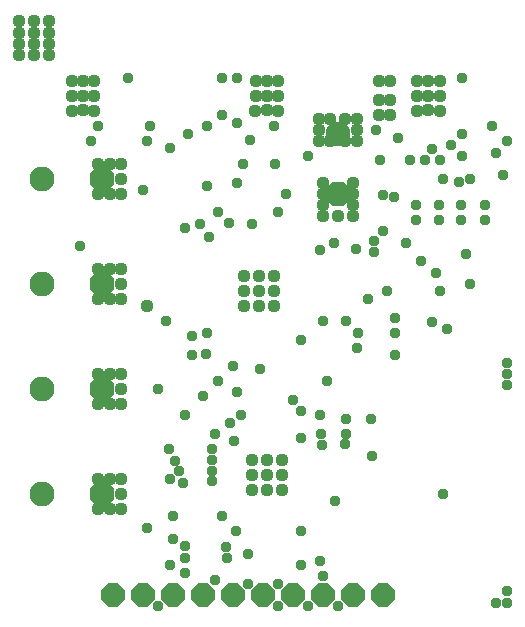
<source format=gbr>
G04 EAGLE Gerber RS-274X export*
G75*
%MOMM*%
%FSLAX34Y34*%
%LPD*%
%INSoldermask Bottom*%
%IPPOS*%
%AMOC8*
5,1,8,0,0,1.08239X$1,22.5*%
G01*
G04 Define Apertures*
%ADD10P,2.144431X8X112.500000*%
%ADD11C,2.108200*%
%ADD12P,2.281895X8X22.500000*%
%ADD13P,2.281895X8X292.500000*%
%ADD14C,0.959600*%
%ADD15C,1.109600*%
D10*
X95250Y25400D03*
X120650Y25400D03*
X146050Y25400D03*
X171450Y25400D03*
X196850Y25400D03*
X222250Y25400D03*
X247650Y25400D03*
X273050Y25400D03*
X298450Y25400D03*
X323850Y25400D03*
D11*
X34925Y111125D03*
D12*
X85725Y111125D03*
D11*
X34925Y200025D03*
D12*
X85725Y200025D03*
D11*
X34925Y288925D03*
D12*
X85725Y288925D03*
D11*
X34925Y377825D03*
D12*
X85725Y377825D03*
D11*
X285750Y415925D03*
D13*
X285750Y365125D03*
D14*
X409575Y355600D03*
X409575Y342900D03*
X389919Y342900D03*
X389919Y355600D03*
X370869Y355600D03*
X370869Y342900D03*
X351819Y342900D03*
X351819Y355600D03*
X342900Y323850D03*
X311150Y276225D03*
X327025Y282575D03*
X355600Y307975D03*
X323850Y333375D03*
X390525Y396875D03*
X415925Y422275D03*
X390525Y415925D03*
X390525Y463550D03*
X317500Y419100D03*
X260350Y396875D03*
X187325Y463550D03*
X187325Y431800D03*
X200025Y463550D03*
X200025Y425450D03*
X174625Y422275D03*
X200025Y374650D03*
X158750Y415925D03*
X123825Y409575D03*
X333375Y260350D03*
X371475Y282575D03*
X292100Y257175D03*
X273050Y257175D03*
X200025Y197556D03*
X219075Y216606D03*
X155575Y177800D03*
X196850Y219075D03*
X184150Y206375D03*
X171450Y193675D03*
X161925Y244475D03*
X161925Y228600D03*
X133350Y200025D03*
X142875Y123825D03*
X146050Y73025D03*
X146050Y92075D03*
X142875Y50800D03*
X155575Y44450D03*
X180975Y38100D03*
X133350Y15875D03*
X254000Y79375D03*
X234950Y15875D03*
X260350Y15875D03*
X234950Y34925D03*
X209550Y34925D03*
X269875Y53975D03*
X273050Y41275D03*
X333375Y228600D03*
X396875Y288925D03*
X301625Y234950D03*
X292100Y174625D03*
X254000Y241300D03*
X269875Y177800D03*
X254000Y158750D03*
X254131Y180975D03*
X193806Y171450D03*
X196981Y155575D03*
X181106Y161925D03*
X139700Y257175D03*
X393700Y314456D03*
X365125Y403356D03*
X82550Y422406D03*
X155524Y336499D03*
X174625Y372054D03*
X320675Y393700D03*
X269875Y317500D03*
X174625Y247650D03*
X276225Y206375D03*
X282575Y104775D03*
X377825Y250825D03*
X365259Y257041D03*
X120650Y368300D03*
X107950Y463550D03*
D15*
X352425Y447675D03*
X352425Y460375D03*
X361950Y447675D03*
X361950Y460375D03*
X371475Y447675D03*
X371475Y434975D03*
X371475Y460375D03*
X215900Y447675D03*
X215900Y460375D03*
X225425Y460375D03*
X234950Y460375D03*
X225425Y447675D03*
X234950Y447675D03*
X215407Y435468D03*
X234457Y435468D03*
X59832Y435468D03*
X78882Y435468D03*
X78882Y448168D03*
X78882Y460868D03*
X59832Y460868D03*
X69357Y460868D03*
X69357Y448168D03*
X59832Y448168D03*
X320182Y460868D03*
X329707Y460868D03*
X329707Y432293D03*
X320182Y444993D03*
X329707Y444993D03*
X320182Y432293D03*
D14*
X346075Y393700D03*
X419100Y400050D03*
X374650Y377825D03*
X397073Y377825D03*
X168240Y339821D03*
X205260Y390525D03*
D15*
X298196Y374650D03*
D14*
X184181Y349804D03*
X209550Y60325D03*
X187325Y92075D03*
D15*
X218582Y282686D03*
X205882Y282686D03*
X205882Y295386D03*
X218582Y295386D03*
X231282Y295386D03*
X231282Y282686D03*
X231282Y269986D03*
X218582Y269986D03*
X205882Y269986D03*
X224932Y127111D03*
X212232Y127111D03*
X237632Y127111D03*
X224932Y139811D03*
X212232Y139811D03*
X237632Y139811D03*
X237632Y114411D03*
X224932Y114411D03*
X212232Y114411D03*
X82550Y123825D03*
X92075Y123825D03*
X101600Y123825D03*
X101600Y111125D03*
X101600Y98425D03*
X92075Y98425D03*
X82550Y98425D03*
X101600Y200025D03*
X101600Y288925D03*
X82550Y187325D03*
X92075Y187325D03*
X101600Y187325D03*
X101600Y212725D03*
X92075Y212725D03*
X82550Y212725D03*
X82550Y301625D03*
X92075Y301625D03*
X101600Y301625D03*
X101600Y276225D03*
X92075Y276225D03*
X82550Y276225D03*
X101600Y377825D03*
X101600Y365125D03*
X92075Y365125D03*
X82550Y365125D03*
X82550Y390525D03*
X92075Y390525D03*
X101600Y390525D03*
D14*
X126453Y422275D03*
X285749Y15995D03*
X428625Y19050D03*
X428625Y28575D03*
X419100Y19050D03*
X428625Y203200D03*
X428625Y212725D03*
X428625Y222250D03*
X241300Y365125D03*
X425450Y381000D03*
D15*
X123825Y269875D03*
D14*
X211175Y411172D03*
X231437Y422406D03*
D15*
X225425Y436207D03*
X361950Y435856D03*
X352155Y435245D03*
X69357Y435856D03*
D14*
X368300Y298450D03*
X231775Y390525D03*
X336550Y412750D03*
X142875Y403804D03*
X76200Y409706D03*
X374650Y111125D03*
D15*
X298196Y365125D03*
X298196Y355600D03*
X298196Y346075D03*
X285496Y346075D03*
X272796Y346075D03*
X272796Y374650D03*
X272796Y365125D03*
X272796Y355600D03*
D14*
X66675Y320675D03*
X203331Y177800D03*
X247650Y190500D03*
X123825Y82550D03*
X198675Y79375D03*
X333375Y247650D03*
X302514Y247650D03*
X174016Y229209D03*
D15*
X15394Y482600D03*
X28094Y482600D03*
X28094Y492125D03*
X28094Y501650D03*
X28094Y511175D03*
X15394Y511175D03*
X15394Y501650D03*
X15394Y492125D03*
X40794Y492125D03*
X40794Y501650D03*
X40794Y511175D03*
X40794Y482600D03*
X269394Y409575D03*
X278919Y409575D03*
X291619Y409575D03*
X301144Y409575D03*
X269394Y419100D03*
X269394Y428625D03*
X278919Y428625D03*
X301144Y419100D03*
X301144Y428625D03*
X291619Y428625D03*
D14*
X428625Y409575D03*
X155575Y57150D03*
X191792Y56909D03*
X142216Y149225D03*
X178887Y149225D03*
X154460Y120650D03*
X178887Y121769D03*
X254000Y51125D03*
X300914Y318211D03*
X193350Y340877D03*
X381000Y406372D03*
X387985Y375511D03*
X332769Y362602D03*
X371486Y393689D03*
X212725Y339725D03*
X316205Y315620D03*
X155575Y66675D03*
X190980Y65997D03*
X323681Y364269D03*
X358764Y393689D03*
X282214Y323878D03*
X175870Y328270D03*
X147348Y139263D03*
X178887Y139945D03*
X150904Y130175D03*
X178887Y130857D03*
X271243Y161925D03*
X292100Y162097D03*
X314379Y142821D03*
X313182Y174625D03*
X271843Y152400D03*
X291599Y153009D03*
X316132Y325145D03*
X234660Y349540D03*
M02*

</source>
